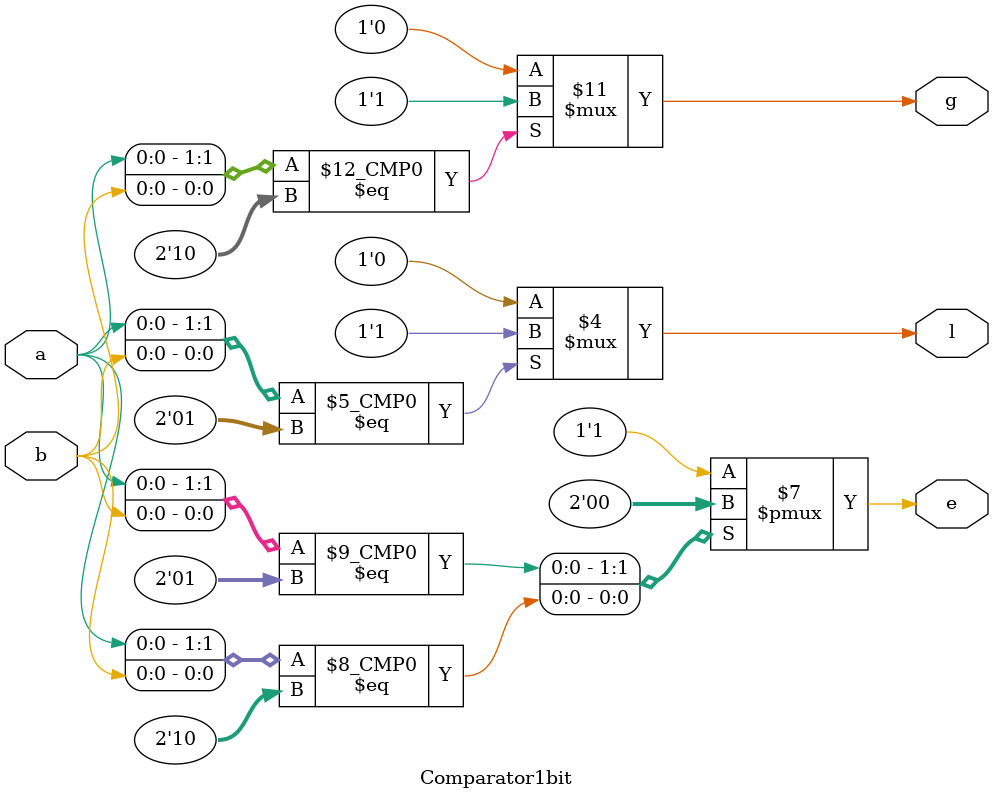
<source format=v>
`timescale 1ns / 1ps
module Comparator1bit(a,b,g,l,e);
	input a,b;
	output reg g,l,e;
	always@(a,b)
	begin
		g=0;l=0;e=0;
		case({a,b})
			//2'b00: e=1;
			2'b01: l=1;
			2'b10: g=1;
			//2'b11: e=1;
			default: e=1;
		endcase
	end
endmodule

</source>
